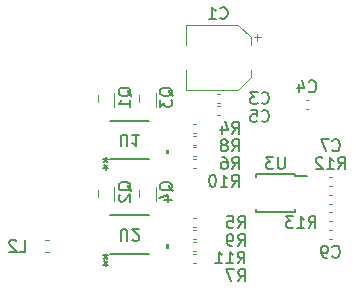
<source format=gbr>
%TF.GenerationSoftware,KiCad,Pcbnew,8.0.1*%
%TF.CreationDate,2024-04-14T22:55:27+02:00*%
%TF.ProjectId,printhead-pcb,7072696e-7468-4656-9164-2d7063622e6b,rev?*%
%TF.SameCoordinates,Original*%
%TF.FileFunction,Legend,Bot*%
%TF.FilePolarity,Positive*%
%FSLAX46Y46*%
G04 Gerber Fmt 4.6, Leading zero omitted, Abs format (unit mm)*
G04 Created by KiCad (PCBNEW 8.0.1) date 2024-04-14 22:55:27*
%MOMM*%
%LPD*%
G01*
G04 APERTURE LIST*
%ADD10C,0.150000*%
%ADD11C,0.120000*%
%ADD12C,0.152400*%
%ADD13C,0.000000*%
G04 APERTURE END LIST*
D10*
X131142857Y-77454819D02*
X131476190Y-76978628D01*
X131714285Y-77454819D02*
X131714285Y-76454819D01*
X131714285Y-76454819D02*
X131333333Y-76454819D01*
X131333333Y-76454819D02*
X131238095Y-76502438D01*
X131238095Y-76502438D02*
X131190476Y-76550057D01*
X131190476Y-76550057D02*
X131142857Y-76645295D01*
X131142857Y-76645295D02*
X131142857Y-76788152D01*
X131142857Y-76788152D02*
X131190476Y-76883390D01*
X131190476Y-76883390D02*
X131238095Y-76931009D01*
X131238095Y-76931009D02*
X131333333Y-76978628D01*
X131333333Y-76978628D02*
X131714285Y-76978628D01*
X130190476Y-77454819D02*
X130761904Y-77454819D01*
X130476190Y-77454819D02*
X130476190Y-76454819D01*
X130476190Y-76454819D02*
X130571428Y-76597676D01*
X130571428Y-76597676D02*
X130666666Y-76692914D01*
X130666666Y-76692914D02*
X130761904Y-76740533D01*
X129238095Y-77454819D02*
X129809523Y-77454819D01*
X129523809Y-77454819D02*
X129523809Y-76454819D01*
X129523809Y-76454819D02*
X129619047Y-76597676D01*
X129619047Y-76597676D02*
X129714285Y-76692914D01*
X129714285Y-76692914D02*
X129809523Y-76740533D01*
X133166666Y-65359580D02*
X133214285Y-65407200D01*
X133214285Y-65407200D02*
X133357142Y-65454819D01*
X133357142Y-65454819D02*
X133452380Y-65454819D01*
X133452380Y-65454819D02*
X133595237Y-65407200D01*
X133595237Y-65407200D02*
X133690475Y-65311961D01*
X133690475Y-65311961D02*
X133738094Y-65216723D01*
X133738094Y-65216723D02*
X133785713Y-65026247D01*
X133785713Y-65026247D02*
X133785713Y-64883390D01*
X133785713Y-64883390D02*
X133738094Y-64692914D01*
X133738094Y-64692914D02*
X133690475Y-64597676D01*
X133690475Y-64597676D02*
X133595237Y-64502438D01*
X133595237Y-64502438D02*
X133452380Y-64454819D01*
X133452380Y-64454819D02*
X133357142Y-64454819D01*
X133357142Y-64454819D02*
X133214285Y-64502438D01*
X133214285Y-64502438D02*
X133166666Y-64550057D01*
X132261904Y-64454819D02*
X132738094Y-64454819D01*
X132738094Y-64454819D02*
X132785713Y-64931009D01*
X132785713Y-64931009D02*
X132738094Y-64883390D01*
X132738094Y-64883390D02*
X132642856Y-64835771D01*
X132642856Y-64835771D02*
X132404761Y-64835771D01*
X132404761Y-64835771D02*
X132309523Y-64883390D01*
X132309523Y-64883390D02*
X132261904Y-64931009D01*
X132261904Y-64931009D02*
X132214285Y-65026247D01*
X132214285Y-65026247D02*
X132214285Y-65264342D01*
X132214285Y-65264342D02*
X132261904Y-65359580D01*
X132261904Y-65359580D02*
X132309523Y-65407200D01*
X132309523Y-65407200D02*
X132404761Y-65454819D01*
X132404761Y-65454819D02*
X132642856Y-65454819D01*
X132642856Y-65454819D02*
X132738094Y-65407200D01*
X132738094Y-65407200D02*
X132785713Y-65359580D01*
X131166666Y-74454819D02*
X131499999Y-73978628D01*
X131738094Y-74454819D02*
X131738094Y-73454819D01*
X131738094Y-73454819D02*
X131357142Y-73454819D01*
X131357142Y-73454819D02*
X131261904Y-73502438D01*
X131261904Y-73502438D02*
X131214285Y-73550057D01*
X131214285Y-73550057D02*
X131166666Y-73645295D01*
X131166666Y-73645295D02*
X131166666Y-73788152D01*
X131166666Y-73788152D02*
X131214285Y-73883390D01*
X131214285Y-73883390D02*
X131261904Y-73931009D01*
X131261904Y-73931009D02*
X131357142Y-73978628D01*
X131357142Y-73978628D02*
X131738094Y-73978628D01*
X130261904Y-73454819D02*
X130738094Y-73454819D01*
X130738094Y-73454819D02*
X130785713Y-73931009D01*
X130785713Y-73931009D02*
X130738094Y-73883390D01*
X130738094Y-73883390D02*
X130642856Y-73835771D01*
X130642856Y-73835771D02*
X130404761Y-73835771D01*
X130404761Y-73835771D02*
X130309523Y-73883390D01*
X130309523Y-73883390D02*
X130261904Y-73931009D01*
X130261904Y-73931009D02*
X130214285Y-74026247D01*
X130214285Y-74026247D02*
X130214285Y-74264342D01*
X130214285Y-74264342D02*
X130261904Y-74359580D01*
X130261904Y-74359580D02*
X130309523Y-74407200D01*
X130309523Y-74407200D02*
X130404761Y-74454819D01*
X130404761Y-74454819D02*
X130642856Y-74454819D01*
X130642856Y-74454819D02*
X130738094Y-74407200D01*
X130738094Y-74407200D02*
X130785713Y-74359580D01*
X125650057Y-63304761D02*
X125602438Y-63209523D01*
X125602438Y-63209523D02*
X125507200Y-63114285D01*
X125507200Y-63114285D02*
X125364342Y-62971428D01*
X125364342Y-62971428D02*
X125316723Y-62876190D01*
X125316723Y-62876190D02*
X125316723Y-62780952D01*
X125554819Y-62828571D02*
X125507200Y-62733333D01*
X125507200Y-62733333D02*
X125411961Y-62638095D01*
X125411961Y-62638095D02*
X125221485Y-62590476D01*
X125221485Y-62590476D02*
X124888152Y-62590476D01*
X124888152Y-62590476D02*
X124697676Y-62638095D01*
X124697676Y-62638095D02*
X124602438Y-62733333D01*
X124602438Y-62733333D02*
X124554819Y-62828571D01*
X124554819Y-62828571D02*
X124554819Y-63019047D01*
X124554819Y-63019047D02*
X124602438Y-63114285D01*
X124602438Y-63114285D02*
X124697676Y-63209523D01*
X124697676Y-63209523D02*
X124888152Y-63257142D01*
X124888152Y-63257142D02*
X125221485Y-63257142D01*
X125221485Y-63257142D02*
X125411961Y-63209523D01*
X125411961Y-63209523D02*
X125507200Y-63114285D01*
X125507200Y-63114285D02*
X125554819Y-63019047D01*
X125554819Y-63019047D02*
X125554819Y-62828571D01*
X124554819Y-63590476D02*
X124554819Y-64209523D01*
X124554819Y-64209523D02*
X124935771Y-63876190D01*
X124935771Y-63876190D02*
X124935771Y-64019047D01*
X124935771Y-64019047D02*
X124983390Y-64114285D01*
X124983390Y-64114285D02*
X125031009Y-64161904D01*
X125031009Y-64161904D02*
X125126247Y-64209523D01*
X125126247Y-64209523D02*
X125364342Y-64209523D01*
X125364342Y-64209523D02*
X125459580Y-64161904D01*
X125459580Y-64161904D02*
X125507200Y-64114285D01*
X125507200Y-64114285D02*
X125554819Y-64019047D01*
X125554819Y-64019047D02*
X125554819Y-63733333D01*
X125554819Y-63733333D02*
X125507200Y-63638095D01*
X125507200Y-63638095D02*
X125459580Y-63590476D01*
X131166666Y-78954819D02*
X131499999Y-78478628D01*
X131738094Y-78954819D02*
X131738094Y-77954819D01*
X131738094Y-77954819D02*
X131357142Y-77954819D01*
X131357142Y-77954819D02*
X131261904Y-78002438D01*
X131261904Y-78002438D02*
X131214285Y-78050057D01*
X131214285Y-78050057D02*
X131166666Y-78145295D01*
X131166666Y-78145295D02*
X131166666Y-78288152D01*
X131166666Y-78288152D02*
X131214285Y-78383390D01*
X131214285Y-78383390D02*
X131261904Y-78431009D01*
X131261904Y-78431009D02*
X131357142Y-78478628D01*
X131357142Y-78478628D02*
X131738094Y-78478628D01*
X130833332Y-77954819D02*
X130166666Y-77954819D01*
X130166666Y-77954819D02*
X130595237Y-78954819D01*
X131166666Y-75954819D02*
X131499999Y-75478628D01*
X131738094Y-75954819D02*
X131738094Y-74954819D01*
X131738094Y-74954819D02*
X131357142Y-74954819D01*
X131357142Y-74954819D02*
X131261904Y-75002438D01*
X131261904Y-75002438D02*
X131214285Y-75050057D01*
X131214285Y-75050057D02*
X131166666Y-75145295D01*
X131166666Y-75145295D02*
X131166666Y-75288152D01*
X131166666Y-75288152D02*
X131214285Y-75383390D01*
X131214285Y-75383390D02*
X131261904Y-75431009D01*
X131261904Y-75431009D02*
X131357142Y-75478628D01*
X131357142Y-75478628D02*
X131738094Y-75478628D01*
X130690475Y-75954819D02*
X130499999Y-75954819D01*
X130499999Y-75954819D02*
X130404761Y-75907200D01*
X130404761Y-75907200D02*
X130357142Y-75859580D01*
X130357142Y-75859580D02*
X130261904Y-75716723D01*
X130261904Y-75716723D02*
X130214285Y-75526247D01*
X130214285Y-75526247D02*
X130214285Y-75145295D01*
X130214285Y-75145295D02*
X130261904Y-75050057D01*
X130261904Y-75050057D02*
X130309523Y-75002438D01*
X130309523Y-75002438D02*
X130404761Y-74954819D01*
X130404761Y-74954819D02*
X130595237Y-74954819D01*
X130595237Y-74954819D02*
X130690475Y-75002438D01*
X130690475Y-75002438D02*
X130738094Y-75050057D01*
X130738094Y-75050057D02*
X130785713Y-75145295D01*
X130785713Y-75145295D02*
X130785713Y-75383390D01*
X130785713Y-75383390D02*
X130738094Y-75478628D01*
X130738094Y-75478628D02*
X130690475Y-75526247D01*
X130690475Y-75526247D02*
X130595237Y-75573866D01*
X130595237Y-75573866D02*
X130404761Y-75573866D01*
X130404761Y-75573866D02*
X130309523Y-75526247D01*
X130309523Y-75526247D02*
X130261904Y-75478628D01*
X130261904Y-75478628D02*
X130214285Y-75383390D01*
X139166666Y-67859580D02*
X139214285Y-67907200D01*
X139214285Y-67907200D02*
X139357142Y-67954819D01*
X139357142Y-67954819D02*
X139452380Y-67954819D01*
X139452380Y-67954819D02*
X139595237Y-67907200D01*
X139595237Y-67907200D02*
X139690475Y-67811961D01*
X139690475Y-67811961D02*
X139738094Y-67716723D01*
X139738094Y-67716723D02*
X139785713Y-67526247D01*
X139785713Y-67526247D02*
X139785713Y-67383390D01*
X139785713Y-67383390D02*
X139738094Y-67192914D01*
X139738094Y-67192914D02*
X139690475Y-67097676D01*
X139690475Y-67097676D02*
X139595237Y-67002438D01*
X139595237Y-67002438D02*
X139452380Y-66954819D01*
X139452380Y-66954819D02*
X139357142Y-66954819D01*
X139357142Y-66954819D02*
X139214285Y-67002438D01*
X139214285Y-67002438D02*
X139166666Y-67050057D01*
X138833332Y-66954819D02*
X138166666Y-66954819D01*
X138166666Y-66954819D02*
X138595237Y-67954819D01*
X130666666Y-66454819D02*
X130999999Y-65978628D01*
X131238094Y-66454819D02*
X131238094Y-65454819D01*
X131238094Y-65454819D02*
X130857142Y-65454819D01*
X130857142Y-65454819D02*
X130761904Y-65502438D01*
X130761904Y-65502438D02*
X130714285Y-65550057D01*
X130714285Y-65550057D02*
X130666666Y-65645295D01*
X130666666Y-65645295D02*
X130666666Y-65788152D01*
X130666666Y-65788152D02*
X130714285Y-65883390D01*
X130714285Y-65883390D02*
X130761904Y-65931009D01*
X130761904Y-65931009D02*
X130857142Y-65978628D01*
X130857142Y-65978628D02*
X131238094Y-65978628D01*
X129809523Y-65788152D02*
X129809523Y-66454819D01*
X130047618Y-65407200D02*
X130285713Y-66121485D01*
X130285713Y-66121485D02*
X129666666Y-66121485D01*
X139642857Y-69454819D02*
X139976190Y-68978628D01*
X140214285Y-69454819D02*
X140214285Y-68454819D01*
X140214285Y-68454819D02*
X139833333Y-68454819D01*
X139833333Y-68454819D02*
X139738095Y-68502438D01*
X139738095Y-68502438D02*
X139690476Y-68550057D01*
X139690476Y-68550057D02*
X139642857Y-68645295D01*
X139642857Y-68645295D02*
X139642857Y-68788152D01*
X139642857Y-68788152D02*
X139690476Y-68883390D01*
X139690476Y-68883390D02*
X139738095Y-68931009D01*
X139738095Y-68931009D02*
X139833333Y-68978628D01*
X139833333Y-68978628D02*
X140214285Y-68978628D01*
X138690476Y-69454819D02*
X139261904Y-69454819D01*
X138976190Y-69454819D02*
X138976190Y-68454819D01*
X138976190Y-68454819D02*
X139071428Y-68597676D01*
X139071428Y-68597676D02*
X139166666Y-68692914D01*
X139166666Y-68692914D02*
X139261904Y-68740533D01*
X138309523Y-68550057D02*
X138261904Y-68502438D01*
X138261904Y-68502438D02*
X138166666Y-68454819D01*
X138166666Y-68454819D02*
X137928571Y-68454819D01*
X137928571Y-68454819D02*
X137833333Y-68502438D01*
X137833333Y-68502438D02*
X137785714Y-68550057D01*
X137785714Y-68550057D02*
X137738095Y-68645295D01*
X137738095Y-68645295D02*
X137738095Y-68740533D01*
X137738095Y-68740533D02*
X137785714Y-68883390D01*
X137785714Y-68883390D02*
X138357142Y-69454819D01*
X138357142Y-69454819D02*
X137738095Y-69454819D01*
X112666666Y-76454819D02*
X113142856Y-76454819D01*
X113142856Y-76454819D02*
X113142856Y-75454819D01*
X112380951Y-75550057D02*
X112333332Y-75502438D01*
X112333332Y-75502438D02*
X112238094Y-75454819D01*
X112238094Y-75454819D02*
X111999999Y-75454819D01*
X111999999Y-75454819D02*
X111904761Y-75502438D01*
X111904761Y-75502438D02*
X111857142Y-75550057D01*
X111857142Y-75550057D02*
X111809523Y-75645295D01*
X111809523Y-75645295D02*
X111809523Y-75740533D01*
X111809523Y-75740533D02*
X111857142Y-75883390D01*
X111857142Y-75883390D02*
X112428570Y-76454819D01*
X112428570Y-76454819D02*
X111809523Y-76454819D01*
X137166666Y-62859580D02*
X137214285Y-62907200D01*
X137214285Y-62907200D02*
X137357142Y-62954819D01*
X137357142Y-62954819D02*
X137452380Y-62954819D01*
X137452380Y-62954819D02*
X137595237Y-62907200D01*
X137595237Y-62907200D02*
X137690475Y-62811961D01*
X137690475Y-62811961D02*
X137738094Y-62716723D01*
X137738094Y-62716723D02*
X137785713Y-62526247D01*
X137785713Y-62526247D02*
X137785713Y-62383390D01*
X137785713Y-62383390D02*
X137738094Y-62192914D01*
X137738094Y-62192914D02*
X137690475Y-62097676D01*
X137690475Y-62097676D02*
X137595237Y-62002438D01*
X137595237Y-62002438D02*
X137452380Y-61954819D01*
X137452380Y-61954819D02*
X137357142Y-61954819D01*
X137357142Y-61954819D02*
X137214285Y-62002438D01*
X137214285Y-62002438D02*
X137166666Y-62050057D01*
X136309523Y-62288152D02*
X136309523Y-62954819D01*
X136547618Y-61907200D02*
X136785713Y-62621485D01*
X136785713Y-62621485D02*
X136166666Y-62621485D01*
X130666666Y-67954819D02*
X130999999Y-67478628D01*
X131238094Y-67954819D02*
X131238094Y-66954819D01*
X131238094Y-66954819D02*
X130857142Y-66954819D01*
X130857142Y-66954819D02*
X130761904Y-67002438D01*
X130761904Y-67002438D02*
X130714285Y-67050057D01*
X130714285Y-67050057D02*
X130666666Y-67145295D01*
X130666666Y-67145295D02*
X130666666Y-67288152D01*
X130666666Y-67288152D02*
X130714285Y-67383390D01*
X130714285Y-67383390D02*
X130761904Y-67431009D01*
X130761904Y-67431009D02*
X130857142Y-67478628D01*
X130857142Y-67478628D02*
X131238094Y-67478628D01*
X130095237Y-67383390D02*
X130190475Y-67335771D01*
X130190475Y-67335771D02*
X130238094Y-67288152D01*
X130238094Y-67288152D02*
X130285713Y-67192914D01*
X130285713Y-67192914D02*
X130285713Y-67145295D01*
X130285713Y-67145295D02*
X130238094Y-67050057D01*
X130238094Y-67050057D02*
X130190475Y-67002438D01*
X130190475Y-67002438D02*
X130095237Y-66954819D01*
X130095237Y-66954819D02*
X129904761Y-66954819D01*
X129904761Y-66954819D02*
X129809523Y-67002438D01*
X129809523Y-67002438D02*
X129761904Y-67050057D01*
X129761904Y-67050057D02*
X129714285Y-67145295D01*
X129714285Y-67145295D02*
X129714285Y-67192914D01*
X129714285Y-67192914D02*
X129761904Y-67288152D01*
X129761904Y-67288152D02*
X129809523Y-67335771D01*
X129809523Y-67335771D02*
X129904761Y-67383390D01*
X129904761Y-67383390D02*
X130095237Y-67383390D01*
X130095237Y-67383390D02*
X130190475Y-67431009D01*
X130190475Y-67431009D02*
X130238094Y-67478628D01*
X130238094Y-67478628D02*
X130285713Y-67573866D01*
X130285713Y-67573866D02*
X130285713Y-67764342D01*
X130285713Y-67764342D02*
X130238094Y-67859580D01*
X130238094Y-67859580D02*
X130190475Y-67907200D01*
X130190475Y-67907200D02*
X130095237Y-67954819D01*
X130095237Y-67954819D02*
X129904761Y-67954819D01*
X129904761Y-67954819D02*
X129809523Y-67907200D01*
X129809523Y-67907200D02*
X129761904Y-67859580D01*
X129761904Y-67859580D02*
X129714285Y-67764342D01*
X129714285Y-67764342D02*
X129714285Y-67573866D01*
X129714285Y-67573866D02*
X129761904Y-67478628D01*
X129761904Y-67478628D02*
X129809523Y-67431009D01*
X129809523Y-67431009D02*
X129904761Y-67383390D01*
X125650057Y-71304761D02*
X125602438Y-71209523D01*
X125602438Y-71209523D02*
X125507200Y-71114285D01*
X125507200Y-71114285D02*
X125364342Y-70971428D01*
X125364342Y-70971428D02*
X125316723Y-70876190D01*
X125316723Y-70876190D02*
X125316723Y-70780952D01*
X125554819Y-70828571D02*
X125507200Y-70733333D01*
X125507200Y-70733333D02*
X125411961Y-70638095D01*
X125411961Y-70638095D02*
X125221485Y-70590476D01*
X125221485Y-70590476D02*
X124888152Y-70590476D01*
X124888152Y-70590476D02*
X124697676Y-70638095D01*
X124697676Y-70638095D02*
X124602438Y-70733333D01*
X124602438Y-70733333D02*
X124554819Y-70828571D01*
X124554819Y-70828571D02*
X124554819Y-71019047D01*
X124554819Y-71019047D02*
X124602438Y-71114285D01*
X124602438Y-71114285D02*
X124697676Y-71209523D01*
X124697676Y-71209523D02*
X124888152Y-71257142D01*
X124888152Y-71257142D02*
X125221485Y-71257142D01*
X125221485Y-71257142D02*
X125411961Y-71209523D01*
X125411961Y-71209523D02*
X125507200Y-71114285D01*
X125507200Y-71114285D02*
X125554819Y-71019047D01*
X125554819Y-71019047D02*
X125554819Y-70828571D01*
X124888152Y-72114285D02*
X125554819Y-72114285D01*
X124507200Y-71876190D02*
X125221485Y-71638095D01*
X125221485Y-71638095D02*
X125221485Y-72257142D01*
X139166666Y-76859580D02*
X139214285Y-76907200D01*
X139214285Y-76907200D02*
X139357142Y-76954819D01*
X139357142Y-76954819D02*
X139452380Y-76954819D01*
X139452380Y-76954819D02*
X139595237Y-76907200D01*
X139595237Y-76907200D02*
X139690475Y-76811961D01*
X139690475Y-76811961D02*
X139738094Y-76716723D01*
X139738094Y-76716723D02*
X139785713Y-76526247D01*
X139785713Y-76526247D02*
X139785713Y-76383390D01*
X139785713Y-76383390D02*
X139738094Y-76192914D01*
X139738094Y-76192914D02*
X139690475Y-76097676D01*
X139690475Y-76097676D02*
X139595237Y-76002438D01*
X139595237Y-76002438D02*
X139452380Y-75954819D01*
X139452380Y-75954819D02*
X139357142Y-75954819D01*
X139357142Y-75954819D02*
X139214285Y-76002438D01*
X139214285Y-76002438D02*
X139166666Y-76050057D01*
X138690475Y-76954819D02*
X138499999Y-76954819D01*
X138499999Y-76954819D02*
X138404761Y-76907200D01*
X138404761Y-76907200D02*
X138357142Y-76859580D01*
X138357142Y-76859580D02*
X138261904Y-76716723D01*
X138261904Y-76716723D02*
X138214285Y-76526247D01*
X138214285Y-76526247D02*
X138214285Y-76145295D01*
X138214285Y-76145295D02*
X138261904Y-76050057D01*
X138261904Y-76050057D02*
X138309523Y-76002438D01*
X138309523Y-76002438D02*
X138404761Y-75954819D01*
X138404761Y-75954819D02*
X138595237Y-75954819D01*
X138595237Y-75954819D02*
X138690475Y-76002438D01*
X138690475Y-76002438D02*
X138738094Y-76050057D01*
X138738094Y-76050057D02*
X138785713Y-76145295D01*
X138785713Y-76145295D02*
X138785713Y-76383390D01*
X138785713Y-76383390D02*
X138738094Y-76478628D01*
X138738094Y-76478628D02*
X138690475Y-76526247D01*
X138690475Y-76526247D02*
X138595237Y-76573866D01*
X138595237Y-76573866D02*
X138404761Y-76573866D01*
X138404761Y-76573866D02*
X138309523Y-76526247D01*
X138309523Y-76526247D02*
X138261904Y-76478628D01*
X138261904Y-76478628D02*
X138214285Y-76383390D01*
X135111904Y-68454819D02*
X135111904Y-69264342D01*
X135111904Y-69264342D02*
X135064285Y-69359580D01*
X135064285Y-69359580D02*
X135016666Y-69407200D01*
X135016666Y-69407200D02*
X134921428Y-69454819D01*
X134921428Y-69454819D02*
X134730952Y-69454819D01*
X134730952Y-69454819D02*
X134635714Y-69407200D01*
X134635714Y-69407200D02*
X134588095Y-69359580D01*
X134588095Y-69359580D02*
X134540476Y-69264342D01*
X134540476Y-69264342D02*
X134540476Y-68454819D01*
X134159523Y-68454819D02*
X133540476Y-68454819D01*
X133540476Y-68454819D02*
X133873809Y-68835771D01*
X133873809Y-68835771D02*
X133730952Y-68835771D01*
X133730952Y-68835771D02*
X133635714Y-68883390D01*
X133635714Y-68883390D02*
X133588095Y-68931009D01*
X133588095Y-68931009D02*
X133540476Y-69026247D01*
X133540476Y-69026247D02*
X133540476Y-69264342D01*
X133540476Y-69264342D02*
X133588095Y-69359580D01*
X133588095Y-69359580D02*
X133635714Y-69407200D01*
X133635714Y-69407200D02*
X133730952Y-69454819D01*
X133730952Y-69454819D02*
X134016666Y-69454819D01*
X134016666Y-69454819D02*
X134111904Y-69407200D01*
X134111904Y-69407200D02*
X134159523Y-69359580D01*
X130666666Y-69454819D02*
X130999999Y-68978628D01*
X131238094Y-69454819D02*
X131238094Y-68454819D01*
X131238094Y-68454819D02*
X130857142Y-68454819D01*
X130857142Y-68454819D02*
X130761904Y-68502438D01*
X130761904Y-68502438D02*
X130714285Y-68550057D01*
X130714285Y-68550057D02*
X130666666Y-68645295D01*
X130666666Y-68645295D02*
X130666666Y-68788152D01*
X130666666Y-68788152D02*
X130714285Y-68883390D01*
X130714285Y-68883390D02*
X130761904Y-68931009D01*
X130761904Y-68931009D02*
X130857142Y-68978628D01*
X130857142Y-68978628D02*
X131238094Y-68978628D01*
X129809523Y-68454819D02*
X129999999Y-68454819D01*
X129999999Y-68454819D02*
X130095237Y-68502438D01*
X130095237Y-68502438D02*
X130142856Y-68550057D01*
X130142856Y-68550057D02*
X130238094Y-68692914D01*
X130238094Y-68692914D02*
X130285713Y-68883390D01*
X130285713Y-68883390D02*
X130285713Y-69264342D01*
X130285713Y-69264342D02*
X130238094Y-69359580D01*
X130238094Y-69359580D02*
X130190475Y-69407200D01*
X130190475Y-69407200D02*
X130095237Y-69454819D01*
X130095237Y-69454819D02*
X129904761Y-69454819D01*
X129904761Y-69454819D02*
X129809523Y-69407200D01*
X129809523Y-69407200D02*
X129761904Y-69359580D01*
X129761904Y-69359580D02*
X129714285Y-69264342D01*
X129714285Y-69264342D02*
X129714285Y-69026247D01*
X129714285Y-69026247D02*
X129761904Y-68931009D01*
X129761904Y-68931009D02*
X129809523Y-68883390D01*
X129809523Y-68883390D02*
X129904761Y-68835771D01*
X129904761Y-68835771D02*
X130095237Y-68835771D01*
X130095237Y-68835771D02*
X130190475Y-68883390D01*
X130190475Y-68883390D02*
X130238094Y-68931009D01*
X130238094Y-68931009D02*
X130285713Y-69026247D01*
X129666666Y-56659580D02*
X129714285Y-56707200D01*
X129714285Y-56707200D02*
X129857142Y-56754819D01*
X129857142Y-56754819D02*
X129952380Y-56754819D01*
X129952380Y-56754819D02*
X130095237Y-56707200D01*
X130095237Y-56707200D02*
X130190475Y-56611961D01*
X130190475Y-56611961D02*
X130238094Y-56516723D01*
X130238094Y-56516723D02*
X130285713Y-56326247D01*
X130285713Y-56326247D02*
X130285713Y-56183390D01*
X130285713Y-56183390D02*
X130238094Y-55992914D01*
X130238094Y-55992914D02*
X130190475Y-55897676D01*
X130190475Y-55897676D02*
X130095237Y-55802438D01*
X130095237Y-55802438D02*
X129952380Y-55754819D01*
X129952380Y-55754819D02*
X129857142Y-55754819D01*
X129857142Y-55754819D02*
X129714285Y-55802438D01*
X129714285Y-55802438D02*
X129666666Y-55850057D01*
X128714285Y-56754819D02*
X129285713Y-56754819D01*
X128999999Y-56754819D02*
X128999999Y-55754819D01*
X128999999Y-55754819D02*
X129095237Y-55897676D01*
X129095237Y-55897676D02*
X129190475Y-55992914D01*
X129190475Y-55992914D02*
X129285713Y-56040533D01*
X122150057Y-71304761D02*
X122102438Y-71209523D01*
X122102438Y-71209523D02*
X122007200Y-71114285D01*
X122007200Y-71114285D02*
X121864342Y-70971428D01*
X121864342Y-70971428D02*
X121816723Y-70876190D01*
X121816723Y-70876190D02*
X121816723Y-70780952D01*
X122054819Y-70828571D02*
X122007200Y-70733333D01*
X122007200Y-70733333D02*
X121911961Y-70638095D01*
X121911961Y-70638095D02*
X121721485Y-70590476D01*
X121721485Y-70590476D02*
X121388152Y-70590476D01*
X121388152Y-70590476D02*
X121197676Y-70638095D01*
X121197676Y-70638095D02*
X121102438Y-70733333D01*
X121102438Y-70733333D02*
X121054819Y-70828571D01*
X121054819Y-70828571D02*
X121054819Y-71019047D01*
X121054819Y-71019047D02*
X121102438Y-71114285D01*
X121102438Y-71114285D02*
X121197676Y-71209523D01*
X121197676Y-71209523D02*
X121388152Y-71257142D01*
X121388152Y-71257142D02*
X121721485Y-71257142D01*
X121721485Y-71257142D02*
X121911961Y-71209523D01*
X121911961Y-71209523D02*
X122007200Y-71114285D01*
X122007200Y-71114285D02*
X122054819Y-71019047D01*
X122054819Y-71019047D02*
X122054819Y-70828571D01*
X121150057Y-71638095D02*
X121102438Y-71685714D01*
X121102438Y-71685714D02*
X121054819Y-71780952D01*
X121054819Y-71780952D02*
X121054819Y-72019047D01*
X121054819Y-72019047D02*
X121102438Y-72114285D01*
X121102438Y-72114285D02*
X121150057Y-72161904D01*
X121150057Y-72161904D02*
X121245295Y-72209523D01*
X121245295Y-72209523D02*
X121340533Y-72209523D01*
X121340533Y-72209523D02*
X121483390Y-72161904D01*
X121483390Y-72161904D02*
X122054819Y-71590476D01*
X122054819Y-71590476D02*
X122054819Y-72209523D01*
X121238095Y-67545180D02*
X121238095Y-66735657D01*
X121238095Y-66735657D02*
X121285714Y-66640419D01*
X121285714Y-66640419D02*
X121333333Y-66592800D01*
X121333333Y-66592800D02*
X121428571Y-66545180D01*
X121428571Y-66545180D02*
X121619047Y-66545180D01*
X121619047Y-66545180D02*
X121714285Y-66592800D01*
X121714285Y-66592800D02*
X121761904Y-66640419D01*
X121761904Y-66640419D02*
X121809523Y-66735657D01*
X121809523Y-66735657D02*
X121809523Y-67545180D01*
X122809523Y-66545180D02*
X122238095Y-66545180D01*
X122523809Y-66545180D02*
X122523809Y-67545180D01*
X122523809Y-67545180D02*
X122428571Y-67402323D01*
X122428571Y-67402323D02*
X122333333Y-67307085D01*
X122333333Y-67307085D02*
X122238095Y-67259466D01*
X119955299Y-68454820D02*
X119955299Y-68692915D01*
X120193394Y-68597677D02*
X119955299Y-68692915D01*
X119955299Y-68692915D02*
X119717204Y-68597677D01*
X120098156Y-68883391D02*
X119955299Y-68692915D01*
X119955299Y-68692915D02*
X119812442Y-68883391D01*
X119955300Y-69545181D02*
X119955300Y-69307086D01*
X119717205Y-69402324D02*
X119955300Y-69307086D01*
X119955300Y-69307086D02*
X120193395Y-69402324D01*
X119812443Y-69116610D02*
X119955300Y-69307086D01*
X119955300Y-69307086D02*
X120098157Y-69116610D01*
X133166666Y-63859580D02*
X133214285Y-63907200D01*
X133214285Y-63907200D02*
X133357142Y-63954819D01*
X133357142Y-63954819D02*
X133452380Y-63954819D01*
X133452380Y-63954819D02*
X133595237Y-63907200D01*
X133595237Y-63907200D02*
X133690475Y-63811961D01*
X133690475Y-63811961D02*
X133738094Y-63716723D01*
X133738094Y-63716723D02*
X133785713Y-63526247D01*
X133785713Y-63526247D02*
X133785713Y-63383390D01*
X133785713Y-63383390D02*
X133738094Y-63192914D01*
X133738094Y-63192914D02*
X133690475Y-63097676D01*
X133690475Y-63097676D02*
X133595237Y-63002438D01*
X133595237Y-63002438D02*
X133452380Y-62954819D01*
X133452380Y-62954819D02*
X133357142Y-62954819D01*
X133357142Y-62954819D02*
X133214285Y-63002438D01*
X133214285Y-63002438D02*
X133166666Y-63050057D01*
X132833332Y-62954819D02*
X132214285Y-62954819D01*
X132214285Y-62954819D02*
X132547618Y-63335771D01*
X132547618Y-63335771D02*
X132404761Y-63335771D01*
X132404761Y-63335771D02*
X132309523Y-63383390D01*
X132309523Y-63383390D02*
X132261904Y-63431009D01*
X132261904Y-63431009D02*
X132214285Y-63526247D01*
X132214285Y-63526247D02*
X132214285Y-63764342D01*
X132214285Y-63764342D02*
X132261904Y-63859580D01*
X132261904Y-63859580D02*
X132309523Y-63907200D01*
X132309523Y-63907200D02*
X132404761Y-63954819D01*
X132404761Y-63954819D02*
X132690475Y-63954819D01*
X132690475Y-63954819D02*
X132785713Y-63907200D01*
X132785713Y-63907200D02*
X132833332Y-63859580D01*
X137142857Y-74454819D02*
X137476190Y-73978628D01*
X137714285Y-74454819D02*
X137714285Y-73454819D01*
X137714285Y-73454819D02*
X137333333Y-73454819D01*
X137333333Y-73454819D02*
X137238095Y-73502438D01*
X137238095Y-73502438D02*
X137190476Y-73550057D01*
X137190476Y-73550057D02*
X137142857Y-73645295D01*
X137142857Y-73645295D02*
X137142857Y-73788152D01*
X137142857Y-73788152D02*
X137190476Y-73883390D01*
X137190476Y-73883390D02*
X137238095Y-73931009D01*
X137238095Y-73931009D02*
X137333333Y-73978628D01*
X137333333Y-73978628D02*
X137714285Y-73978628D01*
X136190476Y-74454819D02*
X136761904Y-74454819D01*
X136476190Y-74454819D02*
X136476190Y-73454819D01*
X136476190Y-73454819D02*
X136571428Y-73597676D01*
X136571428Y-73597676D02*
X136666666Y-73692914D01*
X136666666Y-73692914D02*
X136761904Y-73740533D01*
X135857142Y-73454819D02*
X135238095Y-73454819D01*
X135238095Y-73454819D02*
X135571428Y-73835771D01*
X135571428Y-73835771D02*
X135428571Y-73835771D01*
X135428571Y-73835771D02*
X135333333Y-73883390D01*
X135333333Y-73883390D02*
X135285714Y-73931009D01*
X135285714Y-73931009D02*
X135238095Y-74026247D01*
X135238095Y-74026247D02*
X135238095Y-74264342D01*
X135238095Y-74264342D02*
X135285714Y-74359580D01*
X135285714Y-74359580D02*
X135333333Y-74407200D01*
X135333333Y-74407200D02*
X135428571Y-74454819D01*
X135428571Y-74454819D02*
X135714285Y-74454819D01*
X135714285Y-74454819D02*
X135809523Y-74407200D01*
X135809523Y-74407200D02*
X135857142Y-74359580D01*
X122150057Y-63304761D02*
X122102438Y-63209523D01*
X122102438Y-63209523D02*
X122007200Y-63114285D01*
X122007200Y-63114285D02*
X121864342Y-62971428D01*
X121864342Y-62971428D02*
X121816723Y-62876190D01*
X121816723Y-62876190D02*
X121816723Y-62780952D01*
X122054819Y-62828571D02*
X122007200Y-62733333D01*
X122007200Y-62733333D02*
X121911961Y-62638095D01*
X121911961Y-62638095D02*
X121721485Y-62590476D01*
X121721485Y-62590476D02*
X121388152Y-62590476D01*
X121388152Y-62590476D02*
X121197676Y-62638095D01*
X121197676Y-62638095D02*
X121102438Y-62733333D01*
X121102438Y-62733333D02*
X121054819Y-62828571D01*
X121054819Y-62828571D02*
X121054819Y-63019047D01*
X121054819Y-63019047D02*
X121102438Y-63114285D01*
X121102438Y-63114285D02*
X121197676Y-63209523D01*
X121197676Y-63209523D02*
X121388152Y-63257142D01*
X121388152Y-63257142D02*
X121721485Y-63257142D01*
X121721485Y-63257142D02*
X121911961Y-63209523D01*
X121911961Y-63209523D02*
X122007200Y-63114285D01*
X122007200Y-63114285D02*
X122054819Y-63019047D01*
X122054819Y-63019047D02*
X122054819Y-62828571D01*
X122054819Y-64209523D02*
X122054819Y-63638095D01*
X122054819Y-63923809D02*
X121054819Y-63923809D01*
X121054819Y-63923809D02*
X121197676Y-63828571D01*
X121197676Y-63828571D02*
X121292914Y-63733333D01*
X121292914Y-63733333D02*
X121340533Y-63638095D01*
X121238095Y-75545180D02*
X121238095Y-74735657D01*
X121238095Y-74735657D02*
X121285714Y-74640419D01*
X121285714Y-74640419D02*
X121333333Y-74592800D01*
X121333333Y-74592800D02*
X121428571Y-74545180D01*
X121428571Y-74545180D02*
X121619047Y-74545180D01*
X121619047Y-74545180D02*
X121714285Y-74592800D01*
X121714285Y-74592800D02*
X121761904Y-74640419D01*
X121761904Y-74640419D02*
X121809523Y-74735657D01*
X121809523Y-74735657D02*
X121809523Y-75545180D01*
X122238095Y-75449942D02*
X122285714Y-75497561D01*
X122285714Y-75497561D02*
X122380952Y-75545180D01*
X122380952Y-75545180D02*
X122619047Y-75545180D01*
X122619047Y-75545180D02*
X122714285Y-75497561D01*
X122714285Y-75497561D02*
X122761904Y-75449942D01*
X122761904Y-75449942D02*
X122809523Y-75354704D01*
X122809523Y-75354704D02*
X122809523Y-75259466D01*
X122809523Y-75259466D02*
X122761904Y-75116609D01*
X122761904Y-75116609D02*
X122190476Y-74545180D01*
X122190476Y-74545180D02*
X122809523Y-74545180D01*
X119955299Y-76612420D02*
X119955299Y-76850515D01*
X120193394Y-76755277D02*
X119955299Y-76850515D01*
X119955299Y-76850515D02*
X119717204Y-76755277D01*
X120098156Y-77040991D02*
X119955299Y-76850515D01*
X119955299Y-76850515D02*
X119812442Y-77040991D01*
X119955300Y-77702781D02*
X119955300Y-77464686D01*
X119717205Y-77559924D02*
X119955300Y-77464686D01*
X119955300Y-77464686D02*
X120193395Y-77559924D01*
X119812443Y-77274210D02*
X119955300Y-77464686D01*
X119955300Y-77464686D02*
X120098157Y-77274210D01*
X130642857Y-70954819D02*
X130976190Y-70478628D01*
X131214285Y-70954819D02*
X131214285Y-69954819D01*
X131214285Y-69954819D02*
X130833333Y-69954819D01*
X130833333Y-69954819D02*
X130738095Y-70002438D01*
X130738095Y-70002438D02*
X130690476Y-70050057D01*
X130690476Y-70050057D02*
X130642857Y-70145295D01*
X130642857Y-70145295D02*
X130642857Y-70288152D01*
X130642857Y-70288152D02*
X130690476Y-70383390D01*
X130690476Y-70383390D02*
X130738095Y-70431009D01*
X130738095Y-70431009D02*
X130833333Y-70478628D01*
X130833333Y-70478628D02*
X131214285Y-70478628D01*
X129690476Y-70954819D02*
X130261904Y-70954819D01*
X129976190Y-70954819D02*
X129976190Y-69954819D01*
X129976190Y-69954819D02*
X130071428Y-70097676D01*
X130071428Y-70097676D02*
X130166666Y-70192914D01*
X130166666Y-70192914D02*
X130261904Y-70240533D01*
X129071428Y-69954819D02*
X128976190Y-69954819D01*
X128976190Y-69954819D02*
X128880952Y-70002438D01*
X128880952Y-70002438D02*
X128833333Y-70050057D01*
X128833333Y-70050057D02*
X128785714Y-70145295D01*
X128785714Y-70145295D02*
X128738095Y-70335771D01*
X128738095Y-70335771D02*
X128738095Y-70573866D01*
X128738095Y-70573866D02*
X128785714Y-70764342D01*
X128785714Y-70764342D02*
X128833333Y-70859580D01*
X128833333Y-70859580D02*
X128880952Y-70907200D01*
X128880952Y-70907200D02*
X128976190Y-70954819D01*
X128976190Y-70954819D02*
X129071428Y-70954819D01*
X129071428Y-70954819D02*
X129166666Y-70907200D01*
X129166666Y-70907200D02*
X129214285Y-70859580D01*
X129214285Y-70859580D02*
X129261904Y-70764342D01*
X129261904Y-70764342D02*
X129309523Y-70573866D01*
X129309523Y-70573866D02*
X129309523Y-70335771D01*
X129309523Y-70335771D02*
X129261904Y-70145295D01*
X129261904Y-70145295D02*
X129214285Y-70050057D01*
X129214285Y-70050057D02*
X129166666Y-70002438D01*
X129166666Y-70002438D02*
X129071428Y-69954819D01*
D11*
%TO.C,R11*%
X127653641Y-75620000D02*
X127346359Y-75620000D01*
X127653641Y-76380000D02*
X127346359Y-76380000D01*
%TO.C,C5*%
X129392164Y-64140000D02*
X129607836Y-64140000D01*
X129392164Y-64860000D02*
X129607836Y-64860000D01*
%TO.C,R5*%
X127653641Y-73620000D02*
X127346359Y-73620000D01*
X127653641Y-74380000D02*
X127346359Y-74380000D01*
%TO.C,Q3*%
X122800000Y-63800000D02*
X122800000Y-63200000D01*
X124200000Y-64200000D02*
X124200000Y-63000000D01*
X124200000Y-64200000D02*
X124200000Y-64200000D01*
%TO.C,R7*%
X127653641Y-76620000D02*
X127346359Y-76620000D01*
X127653641Y-77380000D02*
X127346359Y-77380000D01*
%TO.C,R9*%
X127653641Y-74620000D02*
X127346359Y-74620000D01*
X127653641Y-75380000D02*
X127346359Y-75380000D01*
%TO.C,C7*%
X139107836Y-70140000D02*
X138892164Y-70140000D01*
X139107836Y-70860000D02*
X138892164Y-70860000D01*
%TO.C,R4*%
X127653641Y-65620000D02*
X127346359Y-65620000D01*
X127653641Y-66380000D02*
X127346359Y-66380000D01*
%TO.C,R12*%
X138846359Y-71620000D02*
X139153641Y-71620000D01*
X138846359Y-72380000D02*
X139153641Y-72380000D01*
%TO.C,L2*%
X115162779Y-75490000D02*
X114837221Y-75490000D01*
X115162779Y-76510000D02*
X114837221Y-76510000D01*
%TO.C,C4*%
X137107836Y-63640000D02*
X136892164Y-63640000D01*
X137107836Y-64360000D02*
X136892164Y-64360000D01*
%TO.C,R8*%
X127653641Y-66620000D02*
X127346359Y-66620000D01*
X127653641Y-67380000D02*
X127346359Y-67380000D01*
%TO.C,Q4*%
X122800000Y-71800000D02*
X122800000Y-71200000D01*
X124200000Y-72200000D02*
X124200000Y-71000000D01*
X124200000Y-72200000D02*
X124200000Y-72200000D01*
%TO.C,C9*%
X139107836Y-74640000D02*
X138892164Y-74640000D01*
X139107836Y-75360000D02*
X138892164Y-75360000D01*
D10*
%TO.C,U3*%
X132725000Y-69875000D02*
X135975000Y-69875000D01*
X132725000Y-70150000D02*
X132725000Y-69875000D01*
X132725000Y-72850000D02*
X132725000Y-73125000D01*
X132725000Y-73125000D02*
X135975000Y-73125000D01*
X135975000Y-70050000D02*
X135975000Y-69875000D01*
X135975000Y-72850000D02*
X135975000Y-73125000D01*
X137050000Y-70050000D02*
X135975000Y-70050000D01*
D11*
%TO.C,R6*%
X127653641Y-68620000D02*
X127346359Y-68620000D01*
X127653641Y-69380000D02*
X127346359Y-69380000D01*
%TO.C,C1*%
X126740000Y-57240000D02*
X131195563Y-57240000D01*
X126740000Y-58940000D02*
X126740000Y-57240000D01*
X126740000Y-61060000D02*
X126740000Y-62760000D01*
X126740000Y-62760000D02*
X131195563Y-62760000D01*
X131195563Y-57240000D02*
X132260000Y-58304437D01*
X131195563Y-62760000D02*
X132260000Y-61695563D01*
X132260000Y-58940000D02*
X132260000Y-58304437D01*
X132260000Y-61060000D02*
X132260000Y-61695563D01*
X132500000Y-58315000D02*
X133125000Y-58315000D01*
X132812500Y-58627500D02*
X132812500Y-58002500D01*
%TO.C,Q2*%
X119300000Y-71800000D02*
X119300000Y-71200000D01*
X120700000Y-72200000D02*
X120700000Y-71000000D01*
X120700000Y-72200000D02*
X120700000Y-72200000D01*
D12*
%TO.C,U1*%
X120374400Y-68625600D02*
X123625600Y-68625600D01*
X123625600Y-65374400D02*
X120374400Y-65374400D01*
D13*
G36*
X125314700Y-68190501D02*
G01*
X125060700Y-68190501D01*
X125060700Y-67809501D01*
X125314700Y-67809501D01*
X125314700Y-68190501D01*
G37*
D11*
%TO.C,C3*%
X129392164Y-63140000D02*
X129607836Y-63140000D01*
X129392164Y-63860000D02*
X129607836Y-63860000D01*
%TO.C,R13*%
X138846359Y-73120000D02*
X139153641Y-73120000D01*
X138846359Y-73880000D02*
X139153641Y-73880000D01*
%TO.C,Q1*%
X119300000Y-63800000D02*
X119300000Y-63200000D01*
X120700000Y-64200000D02*
X120700000Y-63000000D01*
X120700000Y-64200000D02*
X120700000Y-64200000D01*
D12*
%TO.C,U2*%
X120374400Y-76625600D02*
X123625600Y-76625600D01*
X123625600Y-73374400D02*
X120374400Y-73374400D01*
D13*
G36*
X125314700Y-76190501D02*
G01*
X125060700Y-76190501D01*
X125060700Y-75809501D01*
X125314700Y-75809501D01*
X125314700Y-76190501D01*
G37*
D11*
%TO.C,R10*%
X127653641Y-67620000D02*
X127346359Y-67620000D01*
X127653641Y-68380000D02*
X127346359Y-68380000D01*
%TD*%
M02*

</source>
